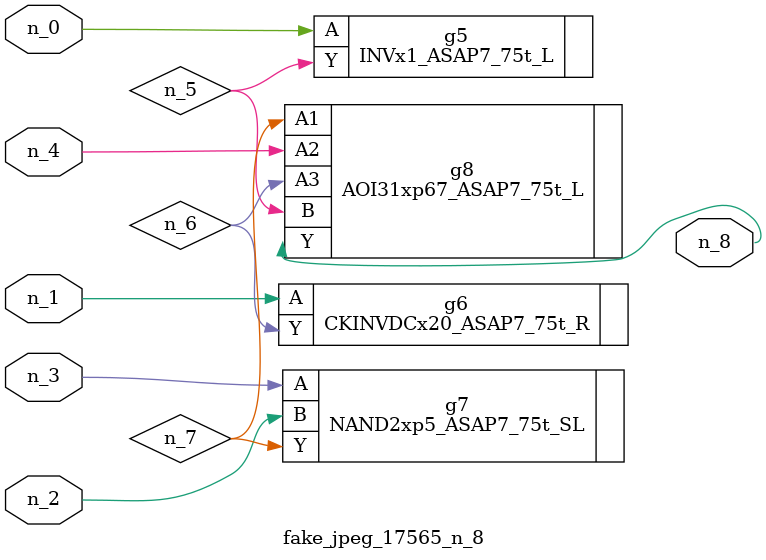
<source format=v>
module fake_jpeg_17565_n_8 (n_3, n_2, n_1, n_0, n_4, n_8);

input n_3;
input n_2;
input n_1;
input n_0;
input n_4;

output n_8;

wire n_6;
wire n_5;
wire n_7;

INVx1_ASAP7_75t_L g5 ( 
.A(n_0),
.Y(n_5)
);

CKINVDCx20_ASAP7_75t_R g6 ( 
.A(n_1),
.Y(n_6)
);

NAND2xp5_ASAP7_75t_SL g7 ( 
.A(n_3),
.B(n_2),
.Y(n_7)
);

AOI31xp67_ASAP7_75t_L g8 ( 
.A1(n_7),
.A2(n_4),
.A3(n_6),
.B(n_5),
.Y(n_8)
);


endmodule
</source>
